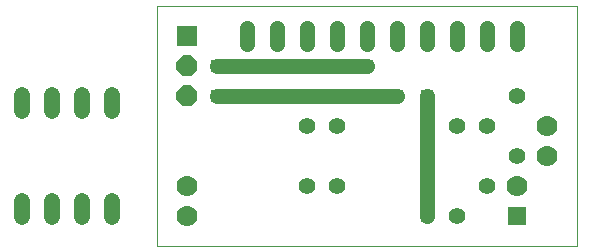
<source format=gtl>
G75*
%MOIN*%
%OFA0B0*%
%FSLAX25Y25*%
%IPPOS*%
%LPD*%
%AMOC8*
5,1,8,0,0,1.08239X$1,22.5*
%
%ADD10C,0.00000*%
%ADD11C,0.05543*%
%ADD12C,0.07000*%
%ADD13R,0.06300X0.06300*%
%ADD14C,0.05150*%
%ADD15OC8,0.07000*%
%ADD16R,0.07000X0.07000*%
%ADD17C,0.05200*%
%ADD18C,0.05000*%
%ADD19R,0.03962X0.03962*%
D10*
X0059200Y0002682D02*
X0059200Y0082682D01*
X0199200Y0082682D01*
X0199200Y0002682D01*
X0059200Y0002682D01*
D11*
X0109200Y0022682D03*
X0119200Y0022682D03*
X0159200Y0012682D03*
X0169200Y0022682D03*
X0179200Y0032682D03*
X0169200Y0042682D03*
X0159200Y0042682D03*
X0179200Y0052682D03*
X0119200Y0042682D03*
X0109200Y0042682D03*
D12*
X0069200Y0022682D03*
X0069200Y0012682D03*
X0179200Y0022682D03*
X0189200Y0032682D03*
X0189200Y0042682D03*
D13*
X0179200Y0012682D03*
D14*
X0179200Y0070107D02*
X0179200Y0075257D01*
X0169200Y0075257D02*
X0169200Y0070107D01*
X0159200Y0070107D02*
X0159200Y0075257D01*
X0149200Y0075257D02*
X0149200Y0070107D01*
X0139200Y0070107D02*
X0139200Y0075257D01*
X0129200Y0075257D02*
X0129200Y0070107D01*
X0119200Y0070107D02*
X0119200Y0075257D01*
X0109200Y0075257D02*
X0109200Y0070107D01*
X0099200Y0070107D02*
X0099200Y0075257D01*
X0089200Y0075257D02*
X0089200Y0070107D01*
D15*
X0069200Y0062682D03*
X0069200Y0052682D03*
D16*
X0069200Y0072682D03*
D17*
X0014200Y0017682D02*
X0014200Y0012482D01*
X0024200Y0012482D02*
X0024200Y0017682D01*
X0034200Y0017682D02*
X0034200Y0012482D01*
X0044200Y0012482D02*
X0044200Y0017682D01*
X0044200Y0047682D02*
X0044200Y0052882D01*
X0034200Y0052882D02*
X0034200Y0047682D01*
X0024200Y0047682D02*
X0024200Y0052882D01*
X0014200Y0052882D02*
X0014200Y0047682D01*
D18*
X0079200Y0052682D02*
X0139200Y0052682D01*
X0149200Y0052682D02*
X0149200Y0012682D01*
X0129200Y0062682D02*
X0079200Y0062682D01*
D19*
X0079200Y0062682D03*
X0079200Y0052682D03*
X0129200Y0062682D03*
X0139200Y0052682D03*
X0149200Y0052682D03*
X0149200Y0012682D03*
M02*

</source>
